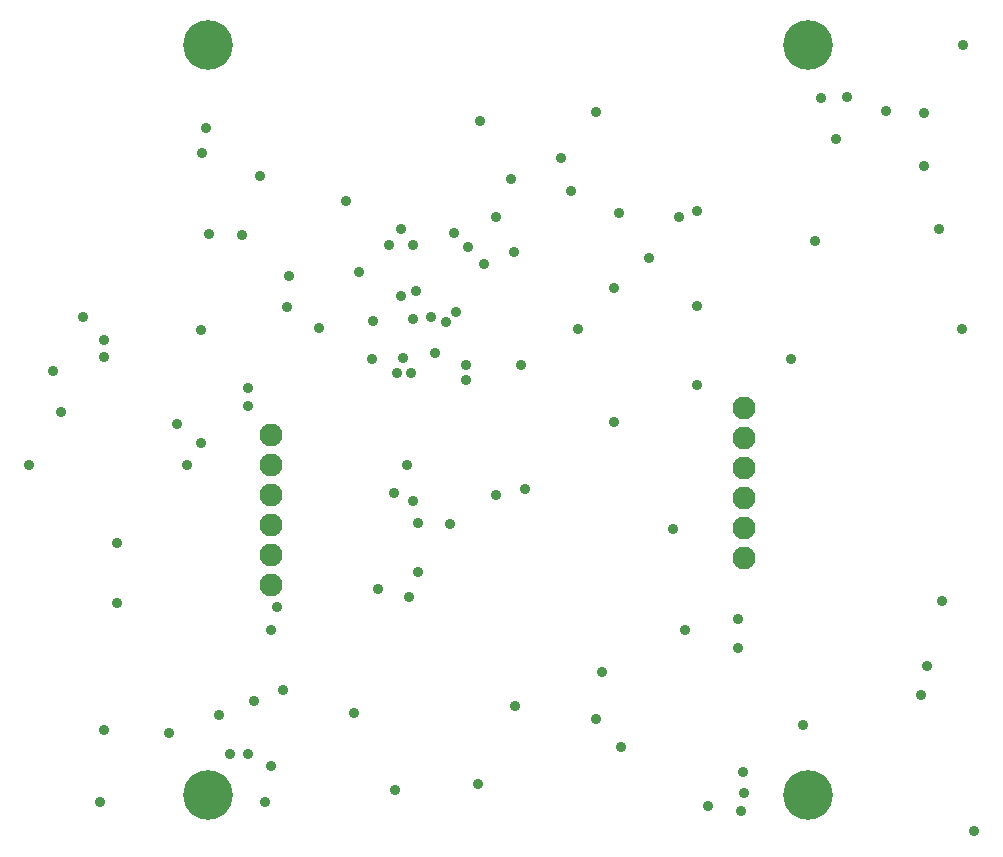
<source format=gbr>
%TF.GenerationSoftware,Altium Limited,Altium Designer,23.3.1 (30)*%
G04 Layer_Color=16711935*
%FSLAX45Y45*%
%MOMM*%
%TF.SameCoordinates,5468FEB5-A0EC-45A8-B7CF-D9D5DC2F6AF5*%
%TF.FilePolarity,Negative*%
%TF.FileFunction,Soldermask,Bot*%
%TF.Part,Single*%
G01*
G75*
%TA.AperFunction,TestPad*%
%ADD59C,1.94000*%
%TA.AperFunction,ViaPad*%
%ADD60C,4.20320*%
%ADD61C,0.90320*%
D59*
X7650002Y6707998D02*
D03*
Y6453998D02*
D03*
Y6199998D02*
D03*
Y5945998D02*
D03*
Y5691998D02*
D03*
Y5437998D02*
D03*
X11650000Y5665003D02*
D03*
Y5919003D02*
D03*
Y6173003D02*
D03*
Y6427003D02*
D03*
Y6681003D02*
D03*
Y6935003D02*
D03*
D60*
X7112000Y10007600D02*
D03*
X12192000D02*
D03*
Y3657600D02*
D03*
X7112000D02*
D03*
D61*
X12427620Y9212527D02*
D03*
X9701333Y8256911D02*
D03*
X10550000Y7950000D02*
D03*
X8889970Y5545085D02*
D03*
X8813980Y5336360D02*
D03*
X7750000Y4550000D02*
D03*
X8350000Y4350000D02*
D03*
X10250000Y7600000D02*
D03*
X7650000Y3900000D02*
D03*
X7450000Y4000000D02*
D03*
X7300000D02*
D03*
X8277803Y8687804D02*
D03*
X13200000Y4750000D02*
D03*
X5800000Y7250000D02*
D03*
X8688023Y6211977D02*
D03*
X7645509Y5054491D02*
D03*
X8850000Y6150000D02*
D03*
X9158815Y5950000D02*
D03*
X8895424Y5956300D02*
D03*
X7051040Y7597140D02*
D03*
Y6637020D02*
D03*
X13325700Y5300000D02*
D03*
X12150000Y4250000D02*
D03*
X11350000Y3567000D02*
D03*
X6784340Y4185920D02*
D03*
X8800000Y6450000D02*
D03*
X9400000Y3750000D02*
D03*
X9315160Y8293000D02*
D03*
X9715002Y4409999D02*
D03*
X7450000Y6950000D02*
D03*
X9800000Y6250000D02*
D03*
X10450000Y4700000D02*
D03*
X9418658Y9366665D02*
D03*
X12050000Y7350000D02*
D03*
X7800000Y8050000D02*
D03*
X9550000Y6200000D02*
D03*
X8749321Y7878260D02*
D03*
X8394530Y8087530D02*
D03*
X8746110Y8446110D02*
D03*
X8647640Y8309820D02*
D03*
X8849360Y8313420D02*
D03*
X13600000Y3350000D02*
D03*
X13177673Y8983983D02*
D03*
X9300000Y7174680D02*
D03*
X10100000Y9050000D02*
D03*
X8870500Y7920500D02*
D03*
X8845550Y7689850D02*
D03*
X11250000Y7800000D02*
D03*
X9450000Y8150000D02*
D03*
X9199880Y8412480D02*
D03*
X9550000Y8550000D02*
D03*
X7450000Y7100000D02*
D03*
X7600000Y3600000D02*
D03*
X11250000Y8600000D02*
D03*
X11100000Y8550000D02*
D03*
X9000000Y7700000D02*
D03*
X9126220Y7665720D02*
D03*
X11052368Y5913120D02*
D03*
X10850000Y8200000D02*
D03*
X7700000Y5250000D02*
D03*
X8550000Y5400000D02*
D03*
X7500000Y4450000D02*
D03*
X7100000Y9300000D02*
D03*
X7550000Y8900000D02*
D03*
X11600000Y5150000D02*
D03*
X12519660Y9565640D02*
D03*
X12301220Y9555480D02*
D03*
X12850000Y9450000D02*
D03*
X9679940Y8869680D02*
D03*
X13500000Y7600000D02*
D03*
X7122160Y8404860D02*
D03*
X13300000Y8450000D02*
D03*
X13150000Y4500000D02*
D03*
X10189240Y8771860D02*
D03*
X12250000Y8350000D02*
D03*
X9761220Y7299960D02*
D03*
X10547914Y6817000D02*
D03*
X9032362Y7399741D02*
D03*
X9297580Y7295700D02*
D03*
X11597640Y4902200D02*
D03*
X11150000Y5050000D02*
D03*
X11640820Y3855720D02*
D03*
X10400000Y4300000D02*
D03*
X8700000Y3700000D02*
D03*
X7205980Y4333000D02*
D03*
X6200000Y3600000D02*
D03*
X5867000Y6900000D02*
D03*
X5600000Y6450000D02*
D03*
X10398760Y9443720D02*
D03*
X7066280Y9095740D02*
D03*
X11628120Y3517900D02*
D03*
X8765540Y7353300D02*
D03*
X11648440Y3677920D02*
D03*
X6059145Y7700000D02*
D03*
X6235700Y7506264D02*
D03*
X6934200Y6449060D02*
D03*
X10590982Y8587740D02*
D03*
X13172440Y9428480D02*
D03*
X10607040Y4061460D02*
D03*
X8713500Y7226849D02*
D03*
X9209222Y7749540D02*
D03*
X8498840Y7350760D02*
D03*
X6849999Y6800002D02*
D03*
X7399995Y8399998D02*
D03*
X13505180Y10010140D02*
D03*
X8506460Y7671501D02*
D03*
X11254740Y7132320D02*
D03*
X8831580Y7231380D02*
D03*
X6235700Y4206240D02*
D03*
Y7367270D02*
D03*
X8054340Y7609840D02*
D03*
X6339840Y5285740D02*
D03*
X7780020Y7792720D02*
D03*
X6344920Y5793740D02*
D03*
%TF.MD5,8231d2613bba77f70fd3641309deb18f*%
M02*

</source>
